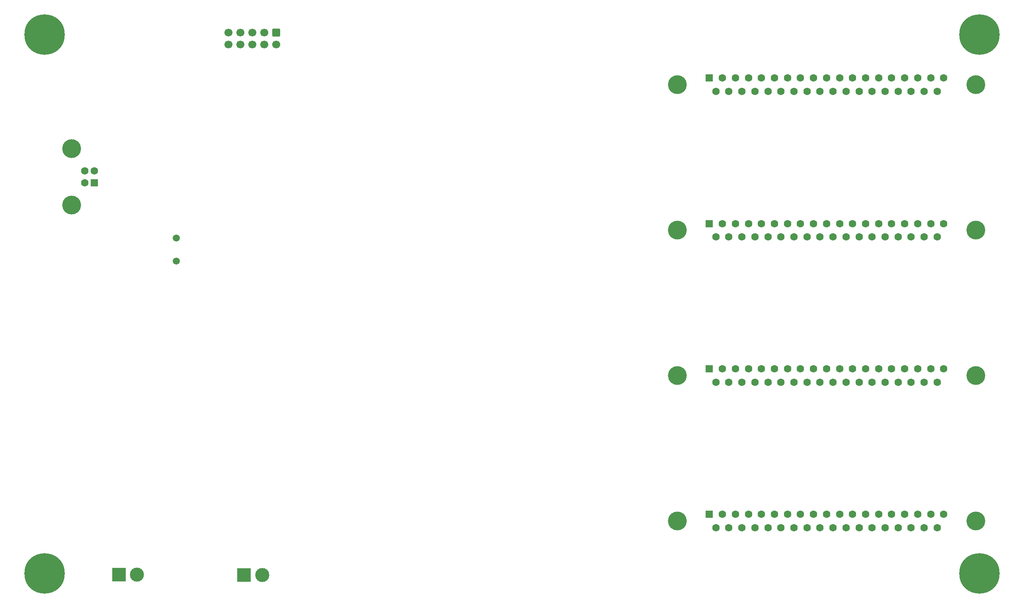
<source format=gbr>
G04 #@! TF.GenerationSoftware,KiCad,Pcbnew,8.0.1*
G04 #@! TF.CreationDate,2024-05-09T21:01:05+03:00*
G04 #@! TF.ProjectId,sensor_current_stand,73656e73-6f72-45f6-9375-7272656e745f,rev?*
G04 #@! TF.SameCoordinates,Original*
G04 #@! TF.FileFunction,Soldermask,Bot*
G04 #@! TF.FilePolarity,Negative*
%FSLAX46Y46*%
G04 Gerber Fmt 4.6, Leading zero omitted, Abs format (unit mm)*
G04 Created by KiCad (PCBNEW 8.0.1) date 2024-05-09 21:01:05*
%MOMM*%
%LPD*%
G01*
G04 APERTURE LIST*
G04 Aperture macros list*
%AMRoundRect*
0 Rectangle with rounded corners*
0 $1 Rounding radius*
0 $2 $3 $4 $5 $6 $7 $8 $9 X,Y pos of 4 corners*
0 Add a 4 corners polygon primitive as box body*
4,1,4,$2,$3,$4,$5,$6,$7,$8,$9,$2,$3,0*
0 Add four circle primitives for the rounded corners*
1,1,$1+$1,$2,$3*
1,1,$1+$1,$4,$5*
1,1,$1+$1,$6,$7*
1,1,$1+$1,$8,$9*
0 Add four rect primitives between the rounded corners*
20,1,$1+$1,$2,$3,$4,$5,0*
20,1,$1+$1,$4,$5,$6,$7,0*
20,1,$1+$1,$6,$7,$8,$9,0*
20,1,$1+$1,$8,$9,$2,$3,0*%
G04 Aperture macros list end*
%ADD10C,4.000000*%
%ADD11R,1.600000X1.600000*%
%ADD12C,1.600000*%
%ADD13C,4.700000*%
%ADD14C,8.600000*%
%ADD15R,3.000000X3.000000*%
%ADD16C,3.000000*%
%ADD17RoundRect,0.250000X-0.600000X0.600000X-0.600000X-0.600000X0.600000X-0.600000X0.600000X0.600000X0*%
%ADD18C,1.700000*%
%ADD19C,1.500000*%
G04 APERTURE END LIST*
D10*
X205700000Y-140050000D03*
X269200000Y-140050000D03*
D11*
X212520000Y-138630000D03*
D12*
X215290000Y-138630000D03*
X218060000Y-138630000D03*
X220830000Y-138630000D03*
X223600000Y-138630000D03*
X226370000Y-138630000D03*
X229140000Y-138630000D03*
X231910000Y-138630000D03*
X234680000Y-138630000D03*
X237450000Y-138630000D03*
X240220000Y-138630000D03*
X242990000Y-138630000D03*
X245760000Y-138630000D03*
X248530000Y-138630000D03*
X251300000Y-138630000D03*
X254070000Y-138630000D03*
X256840000Y-138630000D03*
X259610000Y-138630000D03*
X262380000Y-138630000D03*
X213905000Y-141470000D03*
X216675000Y-141470000D03*
X219445000Y-141470000D03*
X222215000Y-141470000D03*
X224985000Y-141470000D03*
X227755000Y-141470000D03*
X230525000Y-141470000D03*
X233295000Y-141470000D03*
X236065000Y-141470000D03*
X238835000Y-141470000D03*
X241605000Y-141470000D03*
X244375000Y-141470000D03*
X247145000Y-141470000D03*
X249915000Y-141470000D03*
X252685000Y-141470000D03*
X255455000Y-141470000D03*
X258225000Y-141470000D03*
X260995000Y-141470000D03*
D13*
X71100000Y-151200000D03*
D14*
X71100000Y-151200000D03*
D15*
X86892500Y-151450000D03*
D16*
X90772500Y-151450000D03*
D10*
X205700000Y-78100000D03*
X269200000Y-78100000D03*
D11*
X212520000Y-76680000D03*
D12*
X215290000Y-76680000D03*
X218060000Y-76680000D03*
X220830000Y-76680000D03*
X223600000Y-76680000D03*
X226370000Y-76680000D03*
X229140000Y-76680000D03*
X231910000Y-76680000D03*
X234680000Y-76680000D03*
X237450000Y-76680000D03*
X240220000Y-76680000D03*
X242990000Y-76680000D03*
X245760000Y-76680000D03*
X248530000Y-76680000D03*
X251300000Y-76680000D03*
X254070000Y-76680000D03*
X256840000Y-76680000D03*
X259610000Y-76680000D03*
X262380000Y-76680000D03*
X213905000Y-79520000D03*
X216675000Y-79520000D03*
X219445000Y-79520000D03*
X222215000Y-79520000D03*
X224985000Y-79520000D03*
X227755000Y-79520000D03*
X230525000Y-79520000D03*
X233295000Y-79520000D03*
X236065000Y-79520000D03*
X238835000Y-79520000D03*
X241605000Y-79520000D03*
X244375000Y-79520000D03*
X247145000Y-79520000D03*
X249915000Y-79520000D03*
X252685000Y-79520000D03*
X255455000Y-79520000D03*
X258225000Y-79520000D03*
X260995000Y-79520000D03*
D11*
X81687500Y-67950000D03*
D12*
X81687500Y-65450000D03*
X79687500Y-65450000D03*
X79687500Y-67950000D03*
D10*
X76827500Y-72700000D03*
X76827500Y-60700000D03*
X205700000Y-109050000D03*
X269200000Y-109050000D03*
D11*
X212520000Y-107630000D03*
D12*
X215290000Y-107630000D03*
X218060000Y-107630000D03*
X220830000Y-107630000D03*
X223600000Y-107630000D03*
X226370000Y-107630000D03*
X229140000Y-107630000D03*
X231910000Y-107630000D03*
X234680000Y-107630000D03*
X237450000Y-107630000D03*
X240220000Y-107630000D03*
X242990000Y-107630000D03*
X245760000Y-107630000D03*
X248530000Y-107630000D03*
X251300000Y-107630000D03*
X254070000Y-107630000D03*
X256840000Y-107630000D03*
X259610000Y-107630000D03*
X262380000Y-107630000D03*
X213905000Y-110470000D03*
X216675000Y-110470000D03*
X219445000Y-110470000D03*
X222215000Y-110470000D03*
X224985000Y-110470000D03*
X227755000Y-110470000D03*
X230525000Y-110470000D03*
X233295000Y-110470000D03*
X236065000Y-110470000D03*
X238835000Y-110470000D03*
X241605000Y-110470000D03*
X244375000Y-110470000D03*
X247145000Y-110470000D03*
X249915000Y-110470000D03*
X252685000Y-110470000D03*
X255455000Y-110470000D03*
X258225000Y-110470000D03*
X260995000Y-110470000D03*
D15*
X113492500Y-151550000D03*
D16*
X117372500Y-151550000D03*
D17*
X120380000Y-35947500D03*
D18*
X120380000Y-38487500D03*
X117840000Y-35947500D03*
X117840000Y-38487500D03*
X115300000Y-35947500D03*
X115300000Y-38487500D03*
X112760000Y-35947500D03*
X112760000Y-38487500D03*
X110220000Y-35947500D03*
X110220000Y-38487500D03*
D13*
X71100000Y-36400000D03*
D14*
X71100000Y-36400000D03*
D13*
X270000000Y-36400000D03*
D14*
X270000000Y-36400000D03*
D13*
X270000000Y-151200000D03*
D14*
X270000000Y-151200000D03*
D19*
X99080000Y-84637500D03*
X99080000Y-79757500D03*
D10*
X205700000Y-47080000D03*
X269200000Y-47080000D03*
D11*
X212520000Y-45660000D03*
D12*
X215290000Y-45660000D03*
X218060000Y-45660000D03*
X220830000Y-45660000D03*
X223600000Y-45660000D03*
X226370000Y-45660000D03*
X229140000Y-45660000D03*
X231910000Y-45660000D03*
X234680000Y-45660000D03*
X237450000Y-45660000D03*
X240220000Y-45660000D03*
X242990000Y-45660000D03*
X245760000Y-45660000D03*
X248530000Y-45660000D03*
X251300000Y-45660000D03*
X254070000Y-45660000D03*
X256840000Y-45660000D03*
X259610000Y-45660000D03*
X262380000Y-45660000D03*
X213905000Y-48500000D03*
X216675000Y-48500000D03*
X219445000Y-48500000D03*
X222215000Y-48500000D03*
X224985000Y-48500000D03*
X227755000Y-48500000D03*
X230525000Y-48500000D03*
X233295000Y-48500000D03*
X236065000Y-48500000D03*
X238835000Y-48500000D03*
X241605000Y-48500000D03*
X244375000Y-48500000D03*
X247145000Y-48500000D03*
X249915000Y-48500000D03*
X252685000Y-48500000D03*
X255455000Y-48500000D03*
X258225000Y-48500000D03*
X260995000Y-48500000D03*
M02*

</source>
